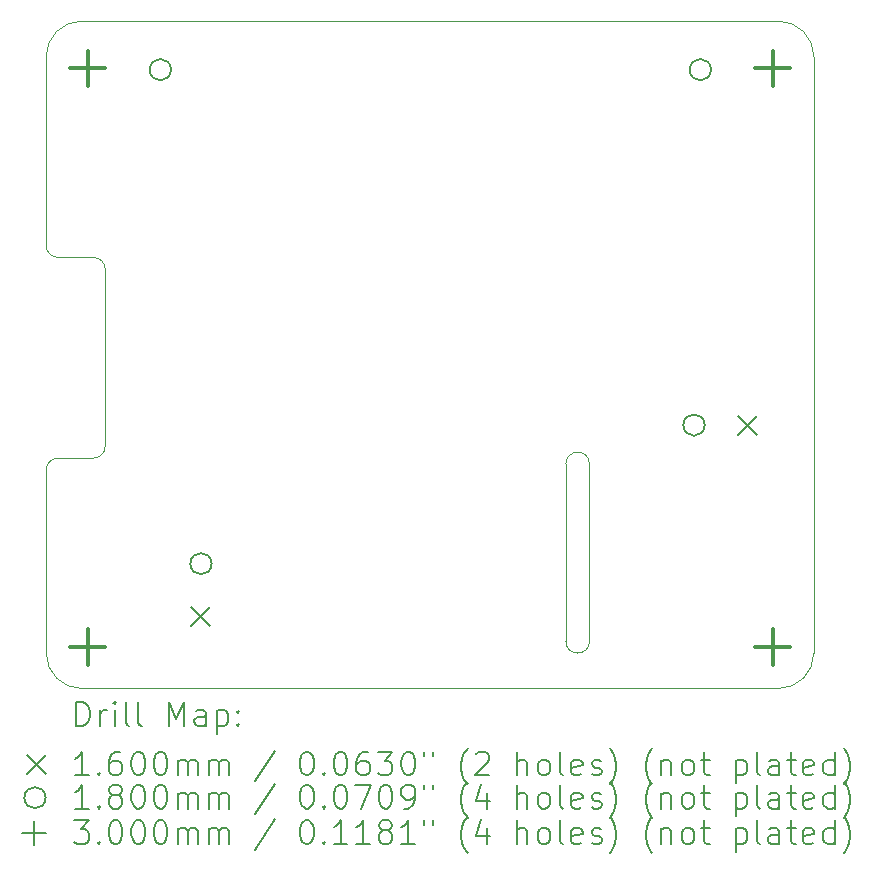
<source format=gbr>
%TF.GenerationSoftware,KiCad,Pcbnew,8.0.9-8.0.9-0~ubuntu24.04.1*%
%TF.CreationDate,2025-06-09T20:21:51+02:00*%
%TF.ProjectId,rpi_power_warden_hat,7270695f-706f-4776-9572-5f7761726465,rev?*%
%TF.SameCoordinates,Original*%
%TF.FileFunction,Drillmap*%
%TF.FilePolarity,Positive*%
%FSLAX45Y45*%
G04 Gerber Fmt 4.5, Leading zero omitted, Abs format (unit mm)*
G04 Created by KiCad (PCBNEW 8.0.9-8.0.9-0~ubuntu24.04.1) date 2025-06-09 20:21:51*
%MOMM*%
%LPD*%
G01*
G04 APERTURE LIST*
%ADD10C,0.100000*%
%ADD11C,0.200000*%
%ADD12C,0.160000*%
%ADD13C,0.180000*%
%ADD14C,0.300000*%
G04 APERTURE END LIST*
D10*
X12689560Y-7281700D02*
X12689560Y-8881700D01*
X12689560Y-10781700D02*
X12689560Y-12331700D01*
X12789560Y-8981700D02*
X13089560Y-8981700D01*
X12789560Y-10681700D02*
X13089560Y-10681700D01*
X12989560Y-6981700D02*
X18889560Y-6981700D01*
X12989560Y-12631700D02*
X18889560Y-12631700D01*
X13189560Y-9081700D02*
X13189560Y-10581700D01*
X17089560Y-12231700D02*
X17089560Y-10731700D01*
X17289560Y-12231700D02*
X17289560Y-10731700D01*
X19189560Y-7281700D02*
X19189560Y-12331700D01*
X12689560Y-7281700D02*
G75*
G02*
X12989560Y-6981700I300000J0D01*
G01*
X12689560Y-10781700D02*
G75*
G02*
X12789560Y-10681700I100000J0D01*
G01*
X12789560Y-8981700D02*
G75*
G02*
X12689560Y-8881700I0J100000D01*
G01*
X12989560Y-12631700D02*
G75*
G02*
X12689560Y-12331700I0J300000D01*
G01*
X13089560Y-8981700D02*
G75*
G02*
X13189560Y-9081700I0J-100000D01*
G01*
X13189560Y-10581700D02*
G75*
G02*
X13089560Y-10681700I-100000J0D01*
G01*
X17089560Y-10731700D02*
G75*
G02*
X17289560Y-10731700I100000J0D01*
G01*
X17289560Y-12231700D02*
G75*
G02*
X17089560Y-12231700I-100000J0D01*
G01*
X18889560Y-6981700D02*
G75*
G02*
X19189560Y-7281700I0J-300000D01*
G01*
X19189560Y-12331700D02*
G75*
G02*
X18889560Y-12631700I-300000J0D01*
G01*
D11*
D12*
X13920000Y-11945000D02*
X14080000Y-12105000D01*
X14080000Y-11945000D02*
X13920000Y-12105000D01*
X18544508Y-10321432D02*
X18704508Y-10481432D01*
X18704508Y-10321432D02*
X18544508Y-10481432D01*
D13*
X13746560Y-7392500D02*
G75*
G02*
X13566560Y-7392500I-90000J0D01*
G01*
X13566560Y-7392500D02*
G75*
G02*
X13746560Y-7392500I90000J0D01*
G01*
X14090000Y-11575000D02*
G75*
G02*
X13910000Y-11575000I-90000J0D01*
G01*
X13910000Y-11575000D02*
G75*
G02*
X14090000Y-11575000I90000J0D01*
G01*
X18264508Y-10401432D02*
G75*
G02*
X18084508Y-10401432I-90000J0D01*
G01*
X18084508Y-10401432D02*
G75*
G02*
X18264508Y-10401432I90000J0D01*
G01*
X18318560Y-7392500D02*
G75*
G02*
X18138560Y-7392500I-90000J0D01*
G01*
X18138560Y-7392500D02*
G75*
G02*
X18318560Y-7392500I90000J0D01*
G01*
D14*
X13039560Y-7231700D02*
X13039560Y-7531700D01*
X12889560Y-7381700D02*
X13189560Y-7381700D01*
X13039560Y-12131700D02*
X13039560Y-12431700D01*
X12889560Y-12281700D02*
X13189560Y-12281700D01*
X18839560Y-7231700D02*
X18839560Y-7531700D01*
X18689560Y-7381700D02*
X18989560Y-7381700D01*
X18839560Y-12131700D02*
X18839560Y-12431700D01*
X18689560Y-12281700D02*
X18989560Y-12281700D01*
D11*
X12945337Y-12948184D02*
X12945337Y-12748184D01*
X12945337Y-12748184D02*
X12992956Y-12748184D01*
X12992956Y-12748184D02*
X13021527Y-12757708D01*
X13021527Y-12757708D02*
X13040575Y-12776755D01*
X13040575Y-12776755D02*
X13050099Y-12795803D01*
X13050099Y-12795803D02*
X13059622Y-12833898D01*
X13059622Y-12833898D02*
X13059622Y-12862470D01*
X13059622Y-12862470D02*
X13050099Y-12900565D01*
X13050099Y-12900565D02*
X13040575Y-12919612D01*
X13040575Y-12919612D02*
X13021527Y-12938660D01*
X13021527Y-12938660D02*
X12992956Y-12948184D01*
X12992956Y-12948184D02*
X12945337Y-12948184D01*
X13145337Y-12948184D02*
X13145337Y-12814850D01*
X13145337Y-12852946D02*
X13154860Y-12833898D01*
X13154860Y-12833898D02*
X13164384Y-12824374D01*
X13164384Y-12824374D02*
X13183432Y-12814850D01*
X13183432Y-12814850D02*
X13202480Y-12814850D01*
X13269146Y-12948184D02*
X13269146Y-12814850D01*
X13269146Y-12748184D02*
X13259622Y-12757708D01*
X13259622Y-12757708D02*
X13269146Y-12767231D01*
X13269146Y-12767231D02*
X13278670Y-12757708D01*
X13278670Y-12757708D02*
X13269146Y-12748184D01*
X13269146Y-12748184D02*
X13269146Y-12767231D01*
X13392956Y-12948184D02*
X13373908Y-12938660D01*
X13373908Y-12938660D02*
X13364384Y-12919612D01*
X13364384Y-12919612D02*
X13364384Y-12748184D01*
X13497718Y-12948184D02*
X13478670Y-12938660D01*
X13478670Y-12938660D02*
X13469146Y-12919612D01*
X13469146Y-12919612D02*
X13469146Y-12748184D01*
X13726289Y-12948184D02*
X13726289Y-12748184D01*
X13726289Y-12748184D02*
X13792956Y-12891041D01*
X13792956Y-12891041D02*
X13859622Y-12748184D01*
X13859622Y-12748184D02*
X13859622Y-12948184D01*
X14040575Y-12948184D02*
X14040575Y-12843422D01*
X14040575Y-12843422D02*
X14031051Y-12824374D01*
X14031051Y-12824374D02*
X14012003Y-12814850D01*
X14012003Y-12814850D02*
X13973908Y-12814850D01*
X13973908Y-12814850D02*
X13954860Y-12824374D01*
X14040575Y-12938660D02*
X14021527Y-12948184D01*
X14021527Y-12948184D02*
X13973908Y-12948184D01*
X13973908Y-12948184D02*
X13954860Y-12938660D01*
X13954860Y-12938660D02*
X13945337Y-12919612D01*
X13945337Y-12919612D02*
X13945337Y-12900565D01*
X13945337Y-12900565D02*
X13954860Y-12881517D01*
X13954860Y-12881517D02*
X13973908Y-12871993D01*
X13973908Y-12871993D02*
X14021527Y-12871993D01*
X14021527Y-12871993D02*
X14040575Y-12862470D01*
X14135813Y-12814850D02*
X14135813Y-13014850D01*
X14135813Y-12824374D02*
X14154860Y-12814850D01*
X14154860Y-12814850D02*
X14192956Y-12814850D01*
X14192956Y-12814850D02*
X14212003Y-12824374D01*
X14212003Y-12824374D02*
X14221527Y-12833898D01*
X14221527Y-12833898D02*
X14231051Y-12852946D01*
X14231051Y-12852946D02*
X14231051Y-12910089D01*
X14231051Y-12910089D02*
X14221527Y-12929136D01*
X14221527Y-12929136D02*
X14212003Y-12938660D01*
X14212003Y-12938660D02*
X14192956Y-12948184D01*
X14192956Y-12948184D02*
X14154860Y-12948184D01*
X14154860Y-12948184D02*
X14135813Y-12938660D01*
X14316765Y-12929136D02*
X14326289Y-12938660D01*
X14326289Y-12938660D02*
X14316765Y-12948184D01*
X14316765Y-12948184D02*
X14307241Y-12938660D01*
X14307241Y-12938660D02*
X14316765Y-12929136D01*
X14316765Y-12929136D02*
X14316765Y-12948184D01*
X14316765Y-12824374D02*
X14326289Y-12833898D01*
X14326289Y-12833898D02*
X14316765Y-12843422D01*
X14316765Y-12843422D02*
X14307241Y-12833898D01*
X14307241Y-12833898D02*
X14316765Y-12824374D01*
X14316765Y-12824374D02*
X14316765Y-12843422D01*
D12*
X12524560Y-13196700D02*
X12684560Y-13356700D01*
X12684560Y-13196700D02*
X12524560Y-13356700D01*
D11*
X13050099Y-13368184D02*
X12935813Y-13368184D01*
X12992956Y-13368184D02*
X12992956Y-13168184D01*
X12992956Y-13168184D02*
X12973908Y-13196755D01*
X12973908Y-13196755D02*
X12954860Y-13215803D01*
X12954860Y-13215803D02*
X12935813Y-13225327D01*
X13135813Y-13349136D02*
X13145337Y-13358660D01*
X13145337Y-13358660D02*
X13135813Y-13368184D01*
X13135813Y-13368184D02*
X13126289Y-13358660D01*
X13126289Y-13358660D02*
X13135813Y-13349136D01*
X13135813Y-13349136D02*
X13135813Y-13368184D01*
X13316765Y-13168184D02*
X13278670Y-13168184D01*
X13278670Y-13168184D02*
X13259622Y-13177708D01*
X13259622Y-13177708D02*
X13250099Y-13187231D01*
X13250099Y-13187231D02*
X13231051Y-13215803D01*
X13231051Y-13215803D02*
X13221527Y-13253898D01*
X13221527Y-13253898D02*
X13221527Y-13330089D01*
X13221527Y-13330089D02*
X13231051Y-13349136D01*
X13231051Y-13349136D02*
X13240575Y-13358660D01*
X13240575Y-13358660D02*
X13259622Y-13368184D01*
X13259622Y-13368184D02*
X13297718Y-13368184D01*
X13297718Y-13368184D02*
X13316765Y-13358660D01*
X13316765Y-13358660D02*
X13326289Y-13349136D01*
X13326289Y-13349136D02*
X13335813Y-13330089D01*
X13335813Y-13330089D02*
X13335813Y-13282470D01*
X13335813Y-13282470D02*
X13326289Y-13263422D01*
X13326289Y-13263422D02*
X13316765Y-13253898D01*
X13316765Y-13253898D02*
X13297718Y-13244374D01*
X13297718Y-13244374D02*
X13259622Y-13244374D01*
X13259622Y-13244374D02*
X13240575Y-13253898D01*
X13240575Y-13253898D02*
X13231051Y-13263422D01*
X13231051Y-13263422D02*
X13221527Y-13282470D01*
X13459622Y-13168184D02*
X13478670Y-13168184D01*
X13478670Y-13168184D02*
X13497718Y-13177708D01*
X13497718Y-13177708D02*
X13507241Y-13187231D01*
X13507241Y-13187231D02*
X13516765Y-13206279D01*
X13516765Y-13206279D02*
X13526289Y-13244374D01*
X13526289Y-13244374D02*
X13526289Y-13291993D01*
X13526289Y-13291993D02*
X13516765Y-13330089D01*
X13516765Y-13330089D02*
X13507241Y-13349136D01*
X13507241Y-13349136D02*
X13497718Y-13358660D01*
X13497718Y-13358660D02*
X13478670Y-13368184D01*
X13478670Y-13368184D02*
X13459622Y-13368184D01*
X13459622Y-13368184D02*
X13440575Y-13358660D01*
X13440575Y-13358660D02*
X13431051Y-13349136D01*
X13431051Y-13349136D02*
X13421527Y-13330089D01*
X13421527Y-13330089D02*
X13412003Y-13291993D01*
X13412003Y-13291993D02*
X13412003Y-13244374D01*
X13412003Y-13244374D02*
X13421527Y-13206279D01*
X13421527Y-13206279D02*
X13431051Y-13187231D01*
X13431051Y-13187231D02*
X13440575Y-13177708D01*
X13440575Y-13177708D02*
X13459622Y-13168184D01*
X13650099Y-13168184D02*
X13669146Y-13168184D01*
X13669146Y-13168184D02*
X13688194Y-13177708D01*
X13688194Y-13177708D02*
X13697718Y-13187231D01*
X13697718Y-13187231D02*
X13707241Y-13206279D01*
X13707241Y-13206279D02*
X13716765Y-13244374D01*
X13716765Y-13244374D02*
X13716765Y-13291993D01*
X13716765Y-13291993D02*
X13707241Y-13330089D01*
X13707241Y-13330089D02*
X13697718Y-13349136D01*
X13697718Y-13349136D02*
X13688194Y-13358660D01*
X13688194Y-13358660D02*
X13669146Y-13368184D01*
X13669146Y-13368184D02*
X13650099Y-13368184D01*
X13650099Y-13368184D02*
X13631051Y-13358660D01*
X13631051Y-13358660D02*
X13621527Y-13349136D01*
X13621527Y-13349136D02*
X13612003Y-13330089D01*
X13612003Y-13330089D02*
X13602480Y-13291993D01*
X13602480Y-13291993D02*
X13602480Y-13244374D01*
X13602480Y-13244374D02*
X13612003Y-13206279D01*
X13612003Y-13206279D02*
X13621527Y-13187231D01*
X13621527Y-13187231D02*
X13631051Y-13177708D01*
X13631051Y-13177708D02*
X13650099Y-13168184D01*
X13802480Y-13368184D02*
X13802480Y-13234850D01*
X13802480Y-13253898D02*
X13812003Y-13244374D01*
X13812003Y-13244374D02*
X13831051Y-13234850D01*
X13831051Y-13234850D02*
X13859622Y-13234850D01*
X13859622Y-13234850D02*
X13878670Y-13244374D01*
X13878670Y-13244374D02*
X13888194Y-13263422D01*
X13888194Y-13263422D02*
X13888194Y-13368184D01*
X13888194Y-13263422D02*
X13897718Y-13244374D01*
X13897718Y-13244374D02*
X13916765Y-13234850D01*
X13916765Y-13234850D02*
X13945337Y-13234850D01*
X13945337Y-13234850D02*
X13964384Y-13244374D01*
X13964384Y-13244374D02*
X13973908Y-13263422D01*
X13973908Y-13263422D02*
X13973908Y-13368184D01*
X14069146Y-13368184D02*
X14069146Y-13234850D01*
X14069146Y-13253898D02*
X14078670Y-13244374D01*
X14078670Y-13244374D02*
X14097718Y-13234850D01*
X14097718Y-13234850D02*
X14126289Y-13234850D01*
X14126289Y-13234850D02*
X14145337Y-13244374D01*
X14145337Y-13244374D02*
X14154861Y-13263422D01*
X14154861Y-13263422D02*
X14154861Y-13368184D01*
X14154861Y-13263422D02*
X14164384Y-13244374D01*
X14164384Y-13244374D02*
X14183432Y-13234850D01*
X14183432Y-13234850D02*
X14212003Y-13234850D01*
X14212003Y-13234850D02*
X14231051Y-13244374D01*
X14231051Y-13244374D02*
X14240575Y-13263422D01*
X14240575Y-13263422D02*
X14240575Y-13368184D01*
X14631051Y-13158660D02*
X14459623Y-13415803D01*
X14888194Y-13168184D02*
X14907242Y-13168184D01*
X14907242Y-13168184D02*
X14926289Y-13177708D01*
X14926289Y-13177708D02*
X14935813Y-13187231D01*
X14935813Y-13187231D02*
X14945337Y-13206279D01*
X14945337Y-13206279D02*
X14954861Y-13244374D01*
X14954861Y-13244374D02*
X14954861Y-13291993D01*
X14954861Y-13291993D02*
X14945337Y-13330089D01*
X14945337Y-13330089D02*
X14935813Y-13349136D01*
X14935813Y-13349136D02*
X14926289Y-13358660D01*
X14926289Y-13358660D02*
X14907242Y-13368184D01*
X14907242Y-13368184D02*
X14888194Y-13368184D01*
X14888194Y-13368184D02*
X14869146Y-13358660D01*
X14869146Y-13358660D02*
X14859623Y-13349136D01*
X14859623Y-13349136D02*
X14850099Y-13330089D01*
X14850099Y-13330089D02*
X14840575Y-13291993D01*
X14840575Y-13291993D02*
X14840575Y-13244374D01*
X14840575Y-13244374D02*
X14850099Y-13206279D01*
X14850099Y-13206279D02*
X14859623Y-13187231D01*
X14859623Y-13187231D02*
X14869146Y-13177708D01*
X14869146Y-13177708D02*
X14888194Y-13168184D01*
X15040575Y-13349136D02*
X15050099Y-13358660D01*
X15050099Y-13358660D02*
X15040575Y-13368184D01*
X15040575Y-13368184D02*
X15031051Y-13358660D01*
X15031051Y-13358660D02*
X15040575Y-13349136D01*
X15040575Y-13349136D02*
X15040575Y-13368184D01*
X15173908Y-13168184D02*
X15192956Y-13168184D01*
X15192956Y-13168184D02*
X15212004Y-13177708D01*
X15212004Y-13177708D02*
X15221527Y-13187231D01*
X15221527Y-13187231D02*
X15231051Y-13206279D01*
X15231051Y-13206279D02*
X15240575Y-13244374D01*
X15240575Y-13244374D02*
X15240575Y-13291993D01*
X15240575Y-13291993D02*
X15231051Y-13330089D01*
X15231051Y-13330089D02*
X15221527Y-13349136D01*
X15221527Y-13349136D02*
X15212004Y-13358660D01*
X15212004Y-13358660D02*
X15192956Y-13368184D01*
X15192956Y-13368184D02*
X15173908Y-13368184D01*
X15173908Y-13368184D02*
X15154861Y-13358660D01*
X15154861Y-13358660D02*
X15145337Y-13349136D01*
X15145337Y-13349136D02*
X15135813Y-13330089D01*
X15135813Y-13330089D02*
X15126289Y-13291993D01*
X15126289Y-13291993D02*
X15126289Y-13244374D01*
X15126289Y-13244374D02*
X15135813Y-13206279D01*
X15135813Y-13206279D02*
X15145337Y-13187231D01*
X15145337Y-13187231D02*
X15154861Y-13177708D01*
X15154861Y-13177708D02*
X15173908Y-13168184D01*
X15412004Y-13168184D02*
X15373908Y-13168184D01*
X15373908Y-13168184D02*
X15354861Y-13177708D01*
X15354861Y-13177708D02*
X15345337Y-13187231D01*
X15345337Y-13187231D02*
X15326289Y-13215803D01*
X15326289Y-13215803D02*
X15316765Y-13253898D01*
X15316765Y-13253898D02*
X15316765Y-13330089D01*
X15316765Y-13330089D02*
X15326289Y-13349136D01*
X15326289Y-13349136D02*
X15335813Y-13358660D01*
X15335813Y-13358660D02*
X15354861Y-13368184D01*
X15354861Y-13368184D02*
X15392956Y-13368184D01*
X15392956Y-13368184D02*
X15412004Y-13358660D01*
X15412004Y-13358660D02*
X15421527Y-13349136D01*
X15421527Y-13349136D02*
X15431051Y-13330089D01*
X15431051Y-13330089D02*
X15431051Y-13282470D01*
X15431051Y-13282470D02*
X15421527Y-13263422D01*
X15421527Y-13263422D02*
X15412004Y-13253898D01*
X15412004Y-13253898D02*
X15392956Y-13244374D01*
X15392956Y-13244374D02*
X15354861Y-13244374D01*
X15354861Y-13244374D02*
X15335813Y-13253898D01*
X15335813Y-13253898D02*
X15326289Y-13263422D01*
X15326289Y-13263422D02*
X15316765Y-13282470D01*
X15497718Y-13168184D02*
X15621527Y-13168184D01*
X15621527Y-13168184D02*
X15554861Y-13244374D01*
X15554861Y-13244374D02*
X15583432Y-13244374D01*
X15583432Y-13244374D02*
X15602480Y-13253898D01*
X15602480Y-13253898D02*
X15612004Y-13263422D01*
X15612004Y-13263422D02*
X15621527Y-13282470D01*
X15621527Y-13282470D02*
X15621527Y-13330089D01*
X15621527Y-13330089D02*
X15612004Y-13349136D01*
X15612004Y-13349136D02*
X15602480Y-13358660D01*
X15602480Y-13358660D02*
X15583432Y-13368184D01*
X15583432Y-13368184D02*
X15526289Y-13368184D01*
X15526289Y-13368184D02*
X15507242Y-13358660D01*
X15507242Y-13358660D02*
X15497718Y-13349136D01*
X15745337Y-13168184D02*
X15764385Y-13168184D01*
X15764385Y-13168184D02*
X15783432Y-13177708D01*
X15783432Y-13177708D02*
X15792956Y-13187231D01*
X15792956Y-13187231D02*
X15802480Y-13206279D01*
X15802480Y-13206279D02*
X15812004Y-13244374D01*
X15812004Y-13244374D02*
X15812004Y-13291993D01*
X15812004Y-13291993D02*
X15802480Y-13330089D01*
X15802480Y-13330089D02*
X15792956Y-13349136D01*
X15792956Y-13349136D02*
X15783432Y-13358660D01*
X15783432Y-13358660D02*
X15764385Y-13368184D01*
X15764385Y-13368184D02*
X15745337Y-13368184D01*
X15745337Y-13368184D02*
X15726289Y-13358660D01*
X15726289Y-13358660D02*
X15716765Y-13349136D01*
X15716765Y-13349136D02*
X15707242Y-13330089D01*
X15707242Y-13330089D02*
X15697718Y-13291993D01*
X15697718Y-13291993D02*
X15697718Y-13244374D01*
X15697718Y-13244374D02*
X15707242Y-13206279D01*
X15707242Y-13206279D02*
X15716765Y-13187231D01*
X15716765Y-13187231D02*
X15726289Y-13177708D01*
X15726289Y-13177708D02*
X15745337Y-13168184D01*
X15888194Y-13168184D02*
X15888194Y-13206279D01*
X15964385Y-13168184D02*
X15964385Y-13206279D01*
X16259623Y-13444374D02*
X16250099Y-13434850D01*
X16250099Y-13434850D02*
X16231051Y-13406279D01*
X16231051Y-13406279D02*
X16221527Y-13387231D01*
X16221527Y-13387231D02*
X16212004Y-13358660D01*
X16212004Y-13358660D02*
X16202480Y-13311041D01*
X16202480Y-13311041D02*
X16202480Y-13272946D01*
X16202480Y-13272946D02*
X16212004Y-13225327D01*
X16212004Y-13225327D02*
X16221527Y-13196755D01*
X16221527Y-13196755D02*
X16231051Y-13177708D01*
X16231051Y-13177708D02*
X16250099Y-13149136D01*
X16250099Y-13149136D02*
X16259623Y-13139612D01*
X16326289Y-13187231D02*
X16335813Y-13177708D01*
X16335813Y-13177708D02*
X16354861Y-13168184D01*
X16354861Y-13168184D02*
X16402480Y-13168184D01*
X16402480Y-13168184D02*
X16421527Y-13177708D01*
X16421527Y-13177708D02*
X16431051Y-13187231D01*
X16431051Y-13187231D02*
X16440575Y-13206279D01*
X16440575Y-13206279D02*
X16440575Y-13225327D01*
X16440575Y-13225327D02*
X16431051Y-13253898D01*
X16431051Y-13253898D02*
X16316766Y-13368184D01*
X16316766Y-13368184D02*
X16440575Y-13368184D01*
X16678670Y-13368184D02*
X16678670Y-13168184D01*
X16764385Y-13368184D02*
X16764385Y-13263422D01*
X16764385Y-13263422D02*
X16754861Y-13244374D01*
X16754861Y-13244374D02*
X16735813Y-13234850D01*
X16735813Y-13234850D02*
X16707242Y-13234850D01*
X16707242Y-13234850D02*
X16688194Y-13244374D01*
X16688194Y-13244374D02*
X16678670Y-13253898D01*
X16888194Y-13368184D02*
X16869147Y-13358660D01*
X16869147Y-13358660D02*
X16859623Y-13349136D01*
X16859623Y-13349136D02*
X16850099Y-13330089D01*
X16850099Y-13330089D02*
X16850099Y-13272946D01*
X16850099Y-13272946D02*
X16859623Y-13253898D01*
X16859623Y-13253898D02*
X16869147Y-13244374D01*
X16869147Y-13244374D02*
X16888194Y-13234850D01*
X16888194Y-13234850D02*
X16916766Y-13234850D01*
X16916766Y-13234850D02*
X16935813Y-13244374D01*
X16935813Y-13244374D02*
X16945337Y-13253898D01*
X16945337Y-13253898D02*
X16954861Y-13272946D01*
X16954861Y-13272946D02*
X16954861Y-13330089D01*
X16954861Y-13330089D02*
X16945337Y-13349136D01*
X16945337Y-13349136D02*
X16935813Y-13358660D01*
X16935813Y-13358660D02*
X16916766Y-13368184D01*
X16916766Y-13368184D02*
X16888194Y-13368184D01*
X17069147Y-13368184D02*
X17050099Y-13358660D01*
X17050099Y-13358660D02*
X17040575Y-13339612D01*
X17040575Y-13339612D02*
X17040575Y-13168184D01*
X17221528Y-13358660D02*
X17202480Y-13368184D01*
X17202480Y-13368184D02*
X17164385Y-13368184D01*
X17164385Y-13368184D02*
X17145337Y-13358660D01*
X17145337Y-13358660D02*
X17135813Y-13339612D01*
X17135813Y-13339612D02*
X17135813Y-13263422D01*
X17135813Y-13263422D02*
X17145337Y-13244374D01*
X17145337Y-13244374D02*
X17164385Y-13234850D01*
X17164385Y-13234850D02*
X17202480Y-13234850D01*
X17202480Y-13234850D02*
X17221528Y-13244374D01*
X17221528Y-13244374D02*
X17231051Y-13263422D01*
X17231051Y-13263422D02*
X17231051Y-13282470D01*
X17231051Y-13282470D02*
X17135813Y-13301517D01*
X17307242Y-13358660D02*
X17326290Y-13368184D01*
X17326290Y-13368184D02*
X17364385Y-13368184D01*
X17364385Y-13368184D02*
X17383432Y-13358660D01*
X17383432Y-13358660D02*
X17392956Y-13339612D01*
X17392956Y-13339612D02*
X17392956Y-13330089D01*
X17392956Y-13330089D02*
X17383432Y-13311041D01*
X17383432Y-13311041D02*
X17364385Y-13301517D01*
X17364385Y-13301517D02*
X17335813Y-13301517D01*
X17335813Y-13301517D02*
X17316766Y-13291993D01*
X17316766Y-13291993D02*
X17307242Y-13272946D01*
X17307242Y-13272946D02*
X17307242Y-13263422D01*
X17307242Y-13263422D02*
X17316766Y-13244374D01*
X17316766Y-13244374D02*
X17335813Y-13234850D01*
X17335813Y-13234850D02*
X17364385Y-13234850D01*
X17364385Y-13234850D02*
X17383432Y-13244374D01*
X17459623Y-13444374D02*
X17469147Y-13434850D01*
X17469147Y-13434850D02*
X17488194Y-13406279D01*
X17488194Y-13406279D02*
X17497718Y-13387231D01*
X17497718Y-13387231D02*
X17507242Y-13358660D01*
X17507242Y-13358660D02*
X17516766Y-13311041D01*
X17516766Y-13311041D02*
X17516766Y-13272946D01*
X17516766Y-13272946D02*
X17507242Y-13225327D01*
X17507242Y-13225327D02*
X17497718Y-13196755D01*
X17497718Y-13196755D02*
X17488194Y-13177708D01*
X17488194Y-13177708D02*
X17469147Y-13149136D01*
X17469147Y-13149136D02*
X17459623Y-13139612D01*
X17821528Y-13444374D02*
X17812004Y-13434850D01*
X17812004Y-13434850D02*
X17792956Y-13406279D01*
X17792956Y-13406279D02*
X17783432Y-13387231D01*
X17783432Y-13387231D02*
X17773909Y-13358660D01*
X17773909Y-13358660D02*
X17764385Y-13311041D01*
X17764385Y-13311041D02*
X17764385Y-13272946D01*
X17764385Y-13272946D02*
X17773909Y-13225327D01*
X17773909Y-13225327D02*
X17783432Y-13196755D01*
X17783432Y-13196755D02*
X17792956Y-13177708D01*
X17792956Y-13177708D02*
X17812004Y-13149136D01*
X17812004Y-13149136D02*
X17821528Y-13139612D01*
X17897718Y-13234850D02*
X17897718Y-13368184D01*
X17897718Y-13253898D02*
X17907242Y-13244374D01*
X17907242Y-13244374D02*
X17926290Y-13234850D01*
X17926290Y-13234850D02*
X17954861Y-13234850D01*
X17954861Y-13234850D02*
X17973909Y-13244374D01*
X17973909Y-13244374D02*
X17983432Y-13263422D01*
X17983432Y-13263422D02*
X17983432Y-13368184D01*
X18107242Y-13368184D02*
X18088194Y-13358660D01*
X18088194Y-13358660D02*
X18078671Y-13349136D01*
X18078671Y-13349136D02*
X18069147Y-13330089D01*
X18069147Y-13330089D02*
X18069147Y-13272946D01*
X18069147Y-13272946D02*
X18078671Y-13253898D01*
X18078671Y-13253898D02*
X18088194Y-13244374D01*
X18088194Y-13244374D02*
X18107242Y-13234850D01*
X18107242Y-13234850D02*
X18135813Y-13234850D01*
X18135813Y-13234850D02*
X18154861Y-13244374D01*
X18154861Y-13244374D02*
X18164385Y-13253898D01*
X18164385Y-13253898D02*
X18173909Y-13272946D01*
X18173909Y-13272946D02*
X18173909Y-13330089D01*
X18173909Y-13330089D02*
X18164385Y-13349136D01*
X18164385Y-13349136D02*
X18154861Y-13358660D01*
X18154861Y-13358660D02*
X18135813Y-13368184D01*
X18135813Y-13368184D02*
X18107242Y-13368184D01*
X18231052Y-13234850D02*
X18307242Y-13234850D01*
X18259623Y-13168184D02*
X18259623Y-13339612D01*
X18259623Y-13339612D02*
X18269147Y-13358660D01*
X18269147Y-13358660D02*
X18288194Y-13368184D01*
X18288194Y-13368184D02*
X18307242Y-13368184D01*
X18526290Y-13234850D02*
X18526290Y-13434850D01*
X18526290Y-13244374D02*
X18545337Y-13234850D01*
X18545337Y-13234850D02*
X18583433Y-13234850D01*
X18583433Y-13234850D02*
X18602480Y-13244374D01*
X18602480Y-13244374D02*
X18612004Y-13253898D01*
X18612004Y-13253898D02*
X18621528Y-13272946D01*
X18621528Y-13272946D02*
X18621528Y-13330089D01*
X18621528Y-13330089D02*
X18612004Y-13349136D01*
X18612004Y-13349136D02*
X18602480Y-13358660D01*
X18602480Y-13358660D02*
X18583433Y-13368184D01*
X18583433Y-13368184D02*
X18545337Y-13368184D01*
X18545337Y-13368184D02*
X18526290Y-13358660D01*
X18735813Y-13368184D02*
X18716766Y-13358660D01*
X18716766Y-13358660D02*
X18707242Y-13339612D01*
X18707242Y-13339612D02*
X18707242Y-13168184D01*
X18897718Y-13368184D02*
X18897718Y-13263422D01*
X18897718Y-13263422D02*
X18888194Y-13244374D01*
X18888194Y-13244374D02*
X18869147Y-13234850D01*
X18869147Y-13234850D02*
X18831052Y-13234850D01*
X18831052Y-13234850D02*
X18812004Y-13244374D01*
X18897718Y-13358660D02*
X18878671Y-13368184D01*
X18878671Y-13368184D02*
X18831052Y-13368184D01*
X18831052Y-13368184D02*
X18812004Y-13358660D01*
X18812004Y-13358660D02*
X18802480Y-13339612D01*
X18802480Y-13339612D02*
X18802480Y-13320565D01*
X18802480Y-13320565D02*
X18812004Y-13301517D01*
X18812004Y-13301517D02*
X18831052Y-13291993D01*
X18831052Y-13291993D02*
X18878671Y-13291993D01*
X18878671Y-13291993D02*
X18897718Y-13282470D01*
X18964385Y-13234850D02*
X19040575Y-13234850D01*
X18992956Y-13168184D02*
X18992956Y-13339612D01*
X18992956Y-13339612D02*
X19002480Y-13358660D01*
X19002480Y-13358660D02*
X19021528Y-13368184D01*
X19021528Y-13368184D02*
X19040575Y-13368184D01*
X19183433Y-13358660D02*
X19164385Y-13368184D01*
X19164385Y-13368184D02*
X19126290Y-13368184D01*
X19126290Y-13368184D02*
X19107242Y-13358660D01*
X19107242Y-13358660D02*
X19097718Y-13339612D01*
X19097718Y-13339612D02*
X19097718Y-13263422D01*
X19097718Y-13263422D02*
X19107242Y-13244374D01*
X19107242Y-13244374D02*
X19126290Y-13234850D01*
X19126290Y-13234850D02*
X19164385Y-13234850D01*
X19164385Y-13234850D02*
X19183433Y-13244374D01*
X19183433Y-13244374D02*
X19192956Y-13263422D01*
X19192956Y-13263422D02*
X19192956Y-13282470D01*
X19192956Y-13282470D02*
X19097718Y-13301517D01*
X19364385Y-13368184D02*
X19364385Y-13168184D01*
X19364385Y-13358660D02*
X19345337Y-13368184D01*
X19345337Y-13368184D02*
X19307242Y-13368184D01*
X19307242Y-13368184D02*
X19288194Y-13358660D01*
X19288194Y-13358660D02*
X19278671Y-13349136D01*
X19278671Y-13349136D02*
X19269147Y-13330089D01*
X19269147Y-13330089D02*
X19269147Y-13272946D01*
X19269147Y-13272946D02*
X19278671Y-13253898D01*
X19278671Y-13253898D02*
X19288194Y-13244374D01*
X19288194Y-13244374D02*
X19307242Y-13234850D01*
X19307242Y-13234850D02*
X19345337Y-13234850D01*
X19345337Y-13234850D02*
X19364385Y-13244374D01*
X19440575Y-13444374D02*
X19450099Y-13434850D01*
X19450099Y-13434850D02*
X19469147Y-13406279D01*
X19469147Y-13406279D02*
X19478671Y-13387231D01*
X19478671Y-13387231D02*
X19488194Y-13358660D01*
X19488194Y-13358660D02*
X19497718Y-13311041D01*
X19497718Y-13311041D02*
X19497718Y-13272946D01*
X19497718Y-13272946D02*
X19488194Y-13225327D01*
X19488194Y-13225327D02*
X19478671Y-13196755D01*
X19478671Y-13196755D02*
X19469147Y-13177708D01*
X19469147Y-13177708D02*
X19450099Y-13149136D01*
X19450099Y-13149136D02*
X19440575Y-13139612D01*
D13*
X12684560Y-13556700D02*
G75*
G02*
X12504560Y-13556700I-90000J0D01*
G01*
X12504560Y-13556700D02*
G75*
G02*
X12684560Y-13556700I90000J0D01*
G01*
D11*
X13050099Y-13648184D02*
X12935813Y-13648184D01*
X12992956Y-13648184D02*
X12992956Y-13448184D01*
X12992956Y-13448184D02*
X12973908Y-13476755D01*
X12973908Y-13476755D02*
X12954860Y-13495803D01*
X12954860Y-13495803D02*
X12935813Y-13505327D01*
X13135813Y-13629136D02*
X13145337Y-13638660D01*
X13145337Y-13638660D02*
X13135813Y-13648184D01*
X13135813Y-13648184D02*
X13126289Y-13638660D01*
X13126289Y-13638660D02*
X13135813Y-13629136D01*
X13135813Y-13629136D02*
X13135813Y-13648184D01*
X13259622Y-13533898D02*
X13240575Y-13524374D01*
X13240575Y-13524374D02*
X13231051Y-13514850D01*
X13231051Y-13514850D02*
X13221527Y-13495803D01*
X13221527Y-13495803D02*
X13221527Y-13486279D01*
X13221527Y-13486279D02*
X13231051Y-13467231D01*
X13231051Y-13467231D02*
X13240575Y-13457708D01*
X13240575Y-13457708D02*
X13259622Y-13448184D01*
X13259622Y-13448184D02*
X13297718Y-13448184D01*
X13297718Y-13448184D02*
X13316765Y-13457708D01*
X13316765Y-13457708D02*
X13326289Y-13467231D01*
X13326289Y-13467231D02*
X13335813Y-13486279D01*
X13335813Y-13486279D02*
X13335813Y-13495803D01*
X13335813Y-13495803D02*
X13326289Y-13514850D01*
X13326289Y-13514850D02*
X13316765Y-13524374D01*
X13316765Y-13524374D02*
X13297718Y-13533898D01*
X13297718Y-13533898D02*
X13259622Y-13533898D01*
X13259622Y-13533898D02*
X13240575Y-13543422D01*
X13240575Y-13543422D02*
X13231051Y-13552946D01*
X13231051Y-13552946D02*
X13221527Y-13571993D01*
X13221527Y-13571993D02*
X13221527Y-13610089D01*
X13221527Y-13610089D02*
X13231051Y-13629136D01*
X13231051Y-13629136D02*
X13240575Y-13638660D01*
X13240575Y-13638660D02*
X13259622Y-13648184D01*
X13259622Y-13648184D02*
X13297718Y-13648184D01*
X13297718Y-13648184D02*
X13316765Y-13638660D01*
X13316765Y-13638660D02*
X13326289Y-13629136D01*
X13326289Y-13629136D02*
X13335813Y-13610089D01*
X13335813Y-13610089D02*
X13335813Y-13571993D01*
X13335813Y-13571993D02*
X13326289Y-13552946D01*
X13326289Y-13552946D02*
X13316765Y-13543422D01*
X13316765Y-13543422D02*
X13297718Y-13533898D01*
X13459622Y-13448184D02*
X13478670Y-13448184D01*
X13478670Y-13448184D02*
X13497718Y-13457708D01*
X13497718Y-13457708D02*
X13507241Y-13467231D01*
X13507241Y-13467231D02*
X13516765Y-13486279D01*
X13516765Y-13486279D02*
X13526289Y-13524374D01*
X13526289Y-13524374D02*
X13526289Y-13571993D01*
X13526289Y-13571993D02*
X13516765Y-13610089D01*
X13516765Y-13610089D02*
X13507241Y-13629136D01*
X13507241Y-13629136D02*
X13497718Y-13638660D01*
X13497718Y-13638660D02*
X13478670Y-13648184D01*
X13478670Y-13648184D02*
X13459622Y-13648184D01*
X13459622Y-13648184D02*
X13440575Y-13638660D01*
X13440575Y-13638660D02*
X13431051Y-13629136D01*
X13431051Y-13629136D02*
X13421527Y-13610089D01*
X13421527Y-13610089D02*
X13412003Y-13571993D01*
X13412003Y-13571993D02*
X13412003Y-13524374D01*
X13412003Y-13524374D02*
X13421527Y-13486279D01*
X13421527Y-13486279D02*
X13431051Y-13467231D01*
X13431051Y-13467231D02*
X13440575Y-13457708D01*
X13440575Y-13457708D02*
X13459622Y-13448184D01*
X13650099Y-13448184D02*
X13669146Y-13448184D01*
X13669146Y-13448184D02*
X13688194Y-13457708D01*
X13688194Y-13457708D02*
X13697718Y-13467231D01*
X13697718Y-13467231D02*
X13707241Y-13486279D01*
X13707241Y-13486279D02*
X13716765Y-13524374D01*
X13716765Y-13524374D02*
X13716765Y-13571993D01*
X13716765Y-13571993D02*
X13707241Y-13610089D01*
X13707241Y-13610089D02*
X13697718Y-13629136D01*
X13697718Y-13629136D02*
X13688194Y-13638660D01*
X13688194Y-13638660D02*
X13669146Y-13648184D01*
X13669146Y-13648184D02*
X13650099Y-13648184D01*
X13650099Y-13648184D02*
X13631051Y-13638660D01*
X13631051Y-13638660D02*
X13621527Y-13629136D01*
X13621527Y-13629136D02*
X13612003Y-13610089D01*
X13612003Y-13610089D02*
X13602480Y-13571993D01*
X13602480Y-13571993D02*
X13602480Y-13524374D01*
X13602480Y-13524374D02*
X13612003Y-13486279D01*
X13612003Y-13486279D02*
X13621527Y-13467231D01*
X13621527Y-13467231D02*
X13631051Y-13457708D01*
X13631051Y-13457708D02*
X13650099Y-13448184D01*
X13802480Y-13648184D02*
X13802480Y-13514850D01*
X13802480Y-13533898D02*
X13812003Y-13524374D01*
X13812003Y-13524374D02*
X13831051Y-13514850D01*
X13831051Y-13514850D02*
X13859622Y-13514850D01*
X13859622Y-13514850D02*
X13878670Y-13524374D01*
X13878670Y-13524374D02*
X13888194Y-13543422D01*
X13888194Y-13543422D02*
X13888194Y-13648184D01*
X13888194Y-13543422D02*
X13897718Y-13524374D01*
X13897718Y-13524374D02*
X13916765Y-13514850D01*
X13916765Y-13514850D02*
X13945337Y-13514850D01*
X13945337Y-13514850D02*
X13964384Y-13524374D01*
X13964384Y-13524374D02*
X13973908Y-13543422D01*
X13973908Y-13543422D02*
X13973908Y-13648184D01*
X14069146Y-13648184D02*
X14069146Y-13514850D01*
X14069146Y-13533898D02*
X14078670Y-13524374D01*
X14078670Y-13524374D02*
X14097718Y-13514850D01*
X14097718Y-13514850D02*
X14126289Y-13514850D01*
X14126289Y-13514850D02*
X14145337Y-13524374D01*
X14145337Y-13524374D02*
X14154861Y-13543422D01*
X14154861Y-13543422D02*
X14154861Y-13648184D01*
X14154861Y-13543422D02*
X14164384Y-13524374D01*
X14164384Y-13524374D02*
X14183432Y-13514850D01*
X14183432Y-13514850D02*
X14212003Y-13514850D01*
X14212003Y-13514850D02*
X14231051Y-13524374D01*
X14231051Y-13524374D02*
X14240575Y-13543422D01*
X14240575Y-13543422D02*
X14240575Y-13648184D01*
X14631051Y-13438660D02*
X14459623Y-13695803D01*
X14888194Y-13448184D02*
X14907242Y-13448184D01*
X14907242Y-13448184D02*
X14926289Y-13457708D01*
X14926289Y-13457708D02*
X14935813Y-13467231D01*
X14935813Y-13467231D02*
X14945337Y-13486279D01*
X14945337Y-13486279D02*
X14954861Y-13524374D01*
X14954861Y-13524374D02*
X14954861Y-13571993D01*
X14954861Y-13571993D02*
X14945337Y-13610089D01*
X14945337Y-13610089D02*
X14935813Y-13629136D01*
X14935813Y-13629136D02*
X14926289Y-13638660D01*
X14926289Y-13638660D02*
X14907242Y-13648184D01*
X14907242Y-13648184D02*
X14888194Y-13648184D01*
X14888194Y-13648184D02*
X14869146Y-13638660D01*
X14869146Y-13638660D02*
X14859623Y-13629136D01*
X14859623Y-13629136D02*
X14850099Y-13610089D01*
X14850099Y-13610089D02*
X14840575Y-13571993D01*
X14840575Y-13571993D02*
X14840575Y-13524374D01*
X14840575Y-13524374D02*
X14850099Y-13486279D01*
X14850099Y-13486279D02*
X14859623Y-13467231D01*
X14859623Y-13467231D02*
X14869146Y-13457708D01*
X14869146Y-13457708D02*
X14888194Y-13448184D01*
X15040575Y-13629136D02*
X15050099Y-13638660D01*
X15050099Y-13638660D02*
X15040575Y-13648184D01*
X15040575Y-13648184D02*
X15031051Y-13638660D01*
X15031051Y-13638660D02*
X15040575Y-13629136D01*
X15040575Y-13629136D02*
X15040575Y-13648184D01*
X15173908Y-13448184D02*
X15192956Y-13448184D01*
X15192956Y-13448184D02*
X15212004Y-13457708D01*
X15212004Y-13457708D02*
X15221527Y-13467231D01*
X15221527Y-13467231D02*
X15231051Y-13486279D01*
X15231051Y-13486279D02*
X15240575Y-13524374D01*
X15240575Y-13524374D02*
X15240575Y-13571993D01*
X15240575Y-13571993D02*
X15231051Y-13610089D01*
X15231051Y-13610089D02*
X15221527Y-13629136D01*
X15221527Y-13629136D02*
X15212004Y-13638660D01*
X15212004Y-13638660D02*
X15192956Y-13648184D01*
X15192956Y-13648184D02*
X15173908Y-13648184D01*
X15173908Y-13648184D02*
X15154861Y-13638660D01*
X15154861Y-13638660D02*
X15145337Y-13629136D01*
X15145337Y-13629136D02*
X15135813Y-13610089D01*
X15135813Y-13610089D02*
X15126289Y-13571993D01*
X15126289Y-13571993D02*
X15126289Y-13524374D01*
X15126289Y-13524374D02*
X15135813Y-13486279D01*
X15135813Y-13486279D02*
X15145337Y-13467231D01*
X15145337Y-13467231D02*
X15154861Y-13457708D01*
X15154861Y-13457708D02*
X15173908Y-13448184D01*
X15307242Y-13448184D02*
X15440575Y-13448184D01*
X15440575Y-13448184D02*
X15354861Y-13648184D01*
X15554861Y-13448184D02*
X15573908Y-13448184D01*
X15573908Y-13448184D02*
X15592956Y-13457708D01*
X15592956Y-13457708D02*
X15602480Y-13467231D01*
X15602480Y-13467231D02*
X15612004Y-13486279D01*
X15612004Y-13486279D02*
X15621527Y-13524374D01*
X15621527Y-13524374D02*
X15621527Y-13571993D01*
X15621527Y-13571993D02*
X15612004Y-13610089D01*
X15612004Y-13610089D02*
X15602480Y-13629136D01*
X15602480Y-13629136D02*
X15592956Y-13638660D01*
X15592956Y-13638660D02*
X15573908Y-13648184D01*
X15573908Y-13648184D02*
X15554861Y-13648184D01*
X15554861Y-13648184D02*
X15535813Y-13638660D01*
X15535813Y-13638660D02*
X15526289Y-13629136D01*
X15526289Y-13629136D02*
X15516765Y-13610089D01*
X15516765Y-13610089D02*
X15507242Y-13571993D01*
X15507242Y-13571993D02*
X15507242Y-13524374D01*
X15507242Y-13524374D02*
X15516765Y-13486279D01*
X15516765Y-13486279D02*
X15526289Y-13467231D01*
X15526289Y-13467231D02*
X15535813Y-13457708D01*
X15535813Y-13457708D02*
X15554861Y-13448184D01*
X15716765Y-13648184D02*
X15754861Y-13648184D01*
X15754861Y-13648184D02*
X15773908Y-13638660D01*
X15773908Y-13638660D02*
X15783432Y-13629136D01*
X15783432Y-13629136D02*
X15802480Y-13600565D01*
X15802480Y-13600565D02*
X15812004Y-13562470D01*
X15812004Y-13562470D02*
X15812004Y-13486279D01*
X15812004Y-13486279D02*
X15802480Y-13467231D01*
X15802480Y-13467231D02*
X15792956Y-13457708D01*
X15792956Y-13457708D02*
X15773908Y-13448184D01*
X15773908Y-13448184D02*
X15735813Y-13448184D01*
X15735813Y-13448184D02*
X15716765Y-13457708D01*
X15716765Y-13457708D02*
X15707242Y-13467231D01*
X15707242Y-13467231D02*
X15697718Y-13486279D01*
X15697718Y-13486279D02*
X15697718Y-13533898D01*
X15697718Y-13533898D02*
X15707242Y-13552946D01*
X15707242Y-13552946D02*
X15716765Y-13562470D01*
X15716765Y-13562470D02*
X15735813Y-13571993D01*
X15735813Y-13571993D02*
X15773908Y-13571993D01*
X15773908Y-13571993D02*
X15792956Y-13562470D01*
X15792956Y-13562470D02*
X15802480Y-13552946D01*
X15802480Y-13552946D02*
X15812004Y-13533898D01*
X15888194Y-13448184D02*
X15888194Y-13486279D01*
X15964385Y-13448184D02*
X15964385Y-13486279D01*
X16259623Y-13724374D02*
X16250099Y-13714850D01*
X16250099Y-13714850D02*
X16231051Y-13686279D01*
X16231051Y-13686279D02*
X16221527Y-13667231D01*
X16221527Y-13667231D02*
X16212004Y-13638660D01*
X16212004Y-13638660D02*
X16202480Y-13591041D01*
X16202480Y-13591041D02*
X16202480Y-13552946D01*
X16202480Y-13552946D02*
X16212004Y-13505327D01*
X16212004Y-13505327D02*
X16221527Y-13476755D01*
X16221527Y-13476755D02*
X16231051Y-13457708D01*
X16231051Y-13457708D02*
X16250099Y-13429136D01*
X16250099Y-13429136D02*
X16259623Y-13419612D01*
X16421527Y-13514850D02*
X16421527Y-13648184D01*
X16373908Y-13438660D02*
X16326289Y-13581517D01*
X16326289Y-13581517D02*
X16450099Y-13581517D01*
X16678670Y-13648184D02*
X16678670Y-13448184D01*
X16764385Y-13648184D02*
X16764385Y-13543422D01*
X16764385Y-13543422D02*
X16754861Y-13524374D01*
X16754861Y-13524374D02*
X16735813Y-13514850D01*
X16735813Y-13514850D02*
X16707242Y-13514850D01*
X16707242Y-13514850D02*
X16688194Y-13524374D01*
X16688194Y-13524374D02*
X16678670Y-13533898D01*
X16888194Y-13648184D02*
X16869147Y-13638660D01*
X16869147Y-13638660D02*
X16859623Y-13629136D01*
X16859623Y-13629136D02*
X16850099Y-13610089D01*
X16850099Y-13610089D02*
X16850099Y-13552946D01*
X16850099Y-13552946D02*
X16859623Y-13533898D01*
X16859623Y-13533898D02*
X16869147Y-13524374D01*
X16869147Y-13524374D02*
X16888194Y-13514850D01*
X16888194Y-13514850D02*
X16916766Y-13514850D01*
X16916766Y-13514850D02*
X16935813Y-13524374D01*
X16935813Y-13524374D02*
X16945337Y-13533898D01*
X16945337Y-13533898D02*
X16954861Y-13552946D01*
X16954861Y-13552946D02*
X16954861Y-13610089D01*
X16954861Y-13610089D02*
X16945337Y-13629136D01*
X16945337Y-13629136D02*
X16935813Y-13638660D01*
X16935813Y-13638660D02*
X16916766Y-13648184D01*
X16916766Y-13648184D02*
X16888194Y-13648184D01*
X17069147Y-13648184D02*
X17050099Y-13638660D01*
X17050099Y-13638660D02*
X17040575Y-13619612D01*
X17040575Y-13619612D02*
X17040575Y-13448184D01*
X17221528Y-13638660D02*
X17202480Y-13648184D01*
X17202480Y-13648184D02*
X17164385Y-13648184D01*
X17164385Y-13648184D02*
X17145337Y-13638660D01*
X17145337Y-13638660D02*
X17135813Y-13619612D01*
X17135813Y-13619612D02*
X17135813Y-13543422D01*
X17135813Y-13543422D02*
X17145337Y-13524374D01*
X17145337Y-13524374D02*
X17164385Y-13514850D01*
X17164385Y-13514850D02*
X17202480Y-13514850D01*
X17202480Y-13514850D02*
X17221528Y-13524374D01*
X17221528Y-13524374D02*
X17231051Y-13543422D01*
X17231051Y-13543422D02*
X17231051Y-13562470D01*
X17231051Y-13562470D02*
X17135813Y-13581517D01*
X17307242Y-13638660D02*
X17326290Y-13648184D01*
X17326290Y-13648184D02*
X17364385Y-13648184D01*
X17364385Y-13648184D02*
X17383432Y-13638660D01*
X17383432Y-13638660D02*
X17392956Y-13619612D01*
X17392956Y-13619612D02*
X17392956Y-13610089D01*
X17392956Y-13610089D02*
X17383432Y-13591041D01*
X17383432Y-13591041D02*
X17364385Y-13581517D01*
X17364385Y-13581517D02*
X17335813Y-13581517D01*
X17335813Y-13581517D02*
X17316766Y-13571993D01*
X17316766Y-13571993D02*
X17307242Y-13552946D01*
X17307242Y-13552946D02*
X17307242Y-13543422D01*
X17307242Y-13543422D02*
X17316766Y-13524374D01*
X17316766Y-13524374D02*
X17335813Y-13514850D01*
X17335813Y-13514850D02*
X17364385Y-13514850D01*
X17364385Y-13514850D02*
X17383432Y-13524374D01*
X17459623Y-13724374D02*
X17469147Y-13714850D01*
X17469147Y-13714850D02*
X17488194Y-13686279D01*
X17488194Y-13686279D02*
X17497718Y-13667231D01*
X17497718Y-13667231D02*
X17507242Y-13638660D01*
X17507242Y-13638660D02*
X17516766Y-13591041D01*
X17516766Y-13591041D02*
X17516766Y-13552946D01*
X17516766Y-13552946D02*
X17507242Y-13505327D01*
X17507242Y-13505327D02*
X17497718Y-13476755D01*
X17497718Y-13476755D02*
X17488194Y-13457708D01*
X17488194Y-13457708D02*
X17469147Y-13429136D01*
X17469147Y-13429136D02*
X17459623Y-13419612D01*
X17821528Y-13724374D02*
X17812004Y-13714850D01*
X17812004Y-13714850D02*
X17792956Y-13686279D01*
X17792956Y-13686279D02*
X17783432Y-13667231D01*
X17783432Y-13667231D02*
X17773909Y-13638660D01*
X17773909Y-13638660D02*
X17764385Y-13591041D01*
X17764385Y-13591041D02*
X17764385Y-13552946D01*
X17764385Y-13552946D02*
X17773909Y-13505327D01*
X17773909Y-13505327D02*
X17783432Y-13476755D01*
X17783432Y-13476755D02*
X17792956Y-13457708D01*
X17792956Y-13457708D02*
X17812004Y-13429136D01*
X17812004Y-13429136D02*
X17821528Y-13419612D01*
X17897718Y-13514850D02*
X17897718Y-13648184D01*
X17897718Y-13533898D02*
X17907242Y-13524374D01*
X17907242Y-13524374D02*
X17926290Y-13514850D01*
X17926290Y-13514850D02*
X17954861Y-13514850D01*
X17954861Y-13514850D02*
X17973909Y-13524374D01*
X17973909Y-13524374D02*
X17983432Y-13543422D01*
X17983432Y-13543422D02*
X17983432Y-13648184D01*
X18107242Y-13648184D02*
X18088194Y-13638660D01*
X18088194Y-13638660D02*
X18078671Y-13629136D01*
X18078671Y-13629136D02*
X18069147Y-13610089D01*
X18069147Y-13610089D02*
X18069147Y-13552946D01*
X18069147Y-13552946D02*
X18078671Y-13533898D01*
X18078671Y-13533898D02*
X18088194Y-13524374D01*
X18088194Y-13524374D02*
X18107242Y-13514850D01*
X18107242Y-13514850D02*
X18135813Y-13514850D01*
X18135813Y-13514850D02*
X18154861Y-13524374D01*
X18154861Y-13524374D02*
X18164385Y-13533898D01*
X18164385Y-13533898D02*
X18173909Y-13552946D01*
X18173909Y-13552946D02*
X18173909Y-13610089D01*
X18173909Y-13610089D02*
X18164385Y-13629136D01*
X18164385Y-13629136D02*
X18154861Y-13638660D01*
X18154861Y-13638660D02*
X18135813Y-13648184D01*
X18135813Y-13648184D02*
X18107242Y-13648184D01*
X18231052Y-13514850D02*
X18307242Y-13514850D01*
X18259623Y-13448184D02*
X18259623Y-13619612D01*
X18259623Y-13619612D02*
X18269147Y-13638660D01*
X18269147Y-13638660D02*
X18288194Y-13648184D01*
X18288194Y-13648184D02*
X18307242Y-13648184D01*
X18526290Y-13514850D02*
X18526290Y-13714850D01*
X18526290Y-13524374D02*
X18545337Y-13514850D01*
X18545337Y-13514850D02*
X18583433Y-13514850D01*
X18583433Y-13514850D02*
X18602480Y-13524374D01*
X18602480Y-13524374D02*
X18612004Y-13533898D01*
X18612004Y-13533898D02*
X18621528Y-13552946D01*
X18621528Y-13552946D02*
X18621528Y-13610089D01*
X18621528Y-13610089D02*
X18612004Y-13629136D01*
X18612004Y-13629136D02*
X18602480Y-13638660D01*
X18602480Y-13638660D02*
X18583433Y-13648184D01*
X18583433Y-13648184D02*
X18545337Y-13648184D01*
X18545337Y-13648184D02*
X18526290Y-13638660D01*
X18735813Y-13648184D02*
X18716766Y-13638660D01*
X18716766Y-13638660D02*
X18707242Y-13619612D01*
X18707242Y-13619612D02*
X18707242Y-13448184D01*
X18897718Y-13648184D02*
X18897718Y-13543422D01*
X18897718Y-13543422D02*
X18888194Y-13524374D01*
X18888194Y-13524374D02*
X18869147Y-13514850D01*
X18869147Y-13514850D02*
X18831052Y-13514850D01*
X18831052Y-13514850D02*
X18812004Y-13524374D01*
X18897718Y-13638660D02*
X18878671Y-13648184D01*
X18878671Y-13648184D02*
X18831052Y-13648184D01*
X18831052Y-13648184D02*
X18812004Y-13638660D01*
X18812004Y-13638660D02*
X18802480Y-13619612D01*
X18802480Y-13619612D02*
X18802480Y-13600565D01*
X18802480Y-13600565D02*
X18812004Y-13581517D01*
X18812004Y-13581517D02*
X18831052Y-13571993D01*
X18831052Y-13571993D02*
X18878671Y-13571993D01*
X18878671Y-13571993D02*
X18897718Y-13562470D01*
X18964385Y-13514850D02*
X19040575Y-13514850D01*
X18992956Y-13448184D02*
X18992956Y-13619612D01*
X18992956Y-13619612D02*
X19002480Y-13638660D01*
X19002480Y-13638660D02*
X19021528Y-13648184D01*
X19021528Y-13648184D02*
X19040575Y-13648184D01*
X19183433Y-13638660D02*
X19164385Y-13648184D01*
X19164385Y-13648184D02*
X19126290Y-13648184D01*
X19126290Y-13648184D02*
X19107242Y-13638660D01*
X19107242Y-13638660D02*
X19097718Y-13619612D01*
X19097718Y-13619612D02*
X19097718Y-13543422D01*
X19097718Y-13543422D02*
X19107242Y-13524374D01*
X19107242Y-13524374D02*
X19126290Y-13514850D01*
X19126290Y-13514850D02*
X19164385Y-13514850D01*
X19164385Y-13514850D02*
X19183433Y-13524374D01*
X19183433Y-13524374D02*
X19192956Y-13543422D01*
X19192956Y-13543422D02*
X19192956Y-13562470D01*
X19192956Y-13562470D02*
X19097718Y-13581517D01*
X19364385Y-13648184D02*
X19364385Y-13448184D01*
X19364385Y-13638660D02*
X19345337Y-13648184D01*
X19345337Y-13648184D02*
X19307242Y-13648184D01*
X19307242Y-13648184D02*
X19288194Y-13638660D01*
X19288194Y-13638660D02*
X19278671Y-13629136D01*
X19278671Y-13629136D02*
X19269147Y-13610089D01*
X19269147Y-13610089D02*
X19269147Y-13552946D01*
X19269147Y-13552946D02*
X19278671Y-13533898D01*
X19278671Y-13533898D02*
X19288194Y-13524374D01*
X19288194Y-13524374D02*
X19307242Y-13514850D01*
X19307242Y-13514850D02*
X19345337Y-13514850D01*
X19345337Y-13514850D02*
X19364385Y-13524374D01*
X19440575Y-13724374D02*
X19450099Y-13714850D01*
X19450099Y-13714850D02*
X19469147Y-13686279D01*
X19469147Y-13686279D02*
X19478671Y-13667231D01*
X19478671Y-13667231D02*
X19488194Y-13638660D01*
X19488194Y-13638660D02*
X19497718Y-13591041D01*
X19497718Y-13591041D02*
X19497718Y-13552946D01*
X19497718Y-13552946D02*
X19488194Y-13505327D01*
X19488194Y-13505327D02*
X19478671Y-13476755D01*
X19478671Y-13476755D02*
X19469147Y-13457708D01*
X19469147Y-13457708D02*
X19450099Y-13429136D01*
X19450099Y-13429136D02*
X19440575Y-13419612D01*
X12584560Y-13756700D02*
X12584560Y-13956700D01*
X12484560Y-13856700D02*
X12684560Y-13856700D01*
X12926289Y-13748184D02*
X13050099Y-13748184D01*
X13050099Y-13748184D02*
X12983432Y-13824374D01*
X12983432Y-13824374D02*
X13012003Y-13824374D01*
X13012003Y-13824374D02*
X13031051Y-13833898D01*
X13031051Y-13833898D02*
X13040575Y-13843422D01*
X13040575Y-13843422D02*
X13050099Y-13862470D01*
X13050099Y-13862470D02*
X13050099Y-13910089D01*
X13050099Y-13910089D02*
X13040575Y-13929136D01*
X13040575Y-13929136D02*
X13031051Y-13938660D01*
X13031051Y-13938660D02*
X13012003Y-13948184D01*
X13012003Y-13948184D02*
X12954860Y-13948184D01*
X12954860Y-13948184D02*
X12935813Y-13938660D01*
X12935813Y-13938660D02*
X12926289Y-13929136D01*
X13135813Y-13929136D02*
X13145337Y-13938660D01*
X13145337Y-13938660D02*
X13135813Y-13948184D01*
X13135813Y-13948184D02*
X13126289Y-13938660D01*
X13126289Y-13938660D02*
X13135813Y-13929136D01*
X13135813Y-13929136D02*
X13135813Y-13948184D01*
X13269146Y-13748184D02*
X13288194Y-13748184D01*
X13288194Y-13748184D02*
X13307241Y-13757708D01*
X13307241Y-13757708D02*
X13316765Y-13767231D01*
X13316765Y-13767231D02*
X13326289Y-13786279D01*
X13326289Y-13786279D02*
X13335813Y-13824374D01*
X13335813Y-13824374D02*
X13335813Y-13871993D01*
X13335813Y-13871993D02*
X13326289Y-13910089D01*
X13326289Y-13910089D02*
X13316765Y-13929136D01*
X13316765Y-13929136D02*
X13307241Y-13938660D01*
X13307241Y-13938660D02*
X13288194Y-13948184D01*
X13288194Y-13948184D02*
X13269146Y-13948184D01*
X13269146Y-13948184D02*
X13250099Y-13938660D01*
X13250099Y-13938660D02*
X13240575Y-13929136D01*
X13240575Y-13929136D02*
X13231051Y-13910089D01*
X13231051Y-13910089D02*
X13221527Y-13871993D01*
X13221527Y-13871993D02*
X13221527Y-13824374D01*
X13221527Y-13824374D02*
X13231051Y-13786279D01*
X13231051Y-13786279D02*
X13240575Y-13767231D01*
X13240575Y-13767231D02*
X13250099Y-13757708D01*
X13250099Y-13757708D02*
X13269146Y-13748184D01*
X13459622Y-13748184D02*
X13478670Y-13748184D01*
X13478670Y-13748184D02*
X13497718Y-13757708D01*
X13497718Y-13757708D02*
X13507241Y-13767231D01*
X13507241Y-13767231D02*
X13516765Y-13786279D01*
X13516765Y-13786279D02*
X13526289Y-13824374D01*
X13526289Y-13824374D02*
X13526289Y-13871993D01*
X13526289Y-13871993D02*
X13516765Y-13910089D01*
X13516765Y-13910089D02*
X13507241Y-13929136D01*
X13507241Y-13929136D02*
X13497718Y-13938660D01*
X13497718Y-13938660D02*
X13478670Y-13948184D01*
X13478670Y-13948184D02*
X13459622Y-13948184D01*
X13459622Y-13948184D02*
X13440575Y-13938660D01*
X13440575Y-13938660D02*
X13431051Y-13929136D01*
X13431051Y-13929136D02*
X13421527Y-13910089D01*
X13421527Y-13910089D02*
X13412003Y-13871993D01*
X13412003Y-13871993D02*
X13412003Y-13824374D01*
X13412003Y-13824374D02*
X13421527Y-13786279D01*
X13421527Y-13786279D02*
X13431051Y-13767231D01*
X13431051Y-13767231D02*
X13440575Y-13757708D01*
X13440575Y-13757708D02*
X13459622Y-13748184D01*
X13650099Y-13748184D02*
X13669146Y-13748184D01*
X13669146Y-13748184D02*
X13688194Y-13757708D01*
X13688194Y-13757708D02*
X13697718Y-13767231D01*
X13697718Y-13767231D02*
X13707241Y-13786279D01*
X13707241Y-13786279D02*
X13716765Y-13824374D01*
X13716765Y-13824374D02*
X13716765Y-13871993D01*
X13716765Y-13871993D02*
X13707241Y-13910089D01*
X13707241Y-13910089D02*
X13697718Y-13929136D01*
X13697718Y-13929136D02*
X13688194Y-13938660D01*
X13688194Y-13938660D02*
X13669146Y-13948184D01*
X13669146Y-13948184D02*
X13650099Y-13948184D01*
X13650099Y-13948184D02*
X13631051Y-13938660D01*
X13631051Y-13938660D02*
X13621527Y-13929136D01*
X13621527Y-13929136D02*
X13612003Y-13910089D01*
X13612003Y-13910089D02*
X13602480Y-13871993D01*
X13602480Y-13871993D02*
X13602480Y-13824374D01*
X13602480Y-13824374D02*
X13612003Y-13786279D01*
X13612003Y-13786279D02*
X13621527Y-13767231D01*
X13621527Y-13767231D02*
X13631051Y-13757708D01*
X13631051Y-13757708D02*
X13650099Y-13748184D01*
X13802480Y-13948184D02*
X13802480Y-13814850D01*
X13802480Y-13833898D02*
X13812003Y-13824374D01*
X13812003Y-13824374D02*
X13831051Y-13814850D01*
X13831051Y-13814850D02*
X13859622Y-13814850D01*
X13859622Y-13814850D02*
X13878670Y-13824374D01*
X13878670Y-13824374D02*
X13888194Y-13843422D01*
X13888194Y-13843422D02*
X13888194Y-13948184D01*
X13888194Y-13843422D02*
X13897718Y-13824374D01*
X13897718Y-13824374D02*
X13916765Y-13814850D01*
X13916765Y-13814850D02*
X13945337Y-13814850D01*
X13945337Y-13814850D02*
X13964384Y-13824374D01*
X13964384Y-13824374D02*
X13973908Y-13843422D01*
X13973908Y-13843422D02*
X13973908Y-13948184D01*
X14069146Y-13948184D02*
X14069146Y-13814850D01*
X14069146Y-13833898D02*
X14078670Y-13824374D01*
X14078670Y-13824374D02*
X14097718Y-13814850D01*
X14097718Y-13814850D02*
X14126289Y-13814850D01*
X14126289Y-13814850D02*
X14145337Y-13824374D01*
X14145337Y-13824374D02*
X14154861Y-13843422D01*
X14154861Y-13843422D02*
X14154861Y-13948184D01*
X14154861Y-13843422D02*
X14164384Y-13824374D01*
X14164384Y-13824374D02*
X14183432Y-13814850D01*
X14183432Y-13814850D02*
X14212003Y-13814850D01*
X14212003Y-13814850D02*
X14231051Y-13824374D01*
X14231051Y-13824374D02*
X14240575Y-13843422D01*
X14240575Y-13843422D02*
X14240575Y-13948184D01*
X14631051Y-13738660D02*
X14459623Y-13995803D01*
X14888194Y-13748184D02*
X14907242Y-13748184D01*
X14907242Y-13748184D02*
X14926289Y-13757708D01*
X14926289Y-13757708D02*
X14935813Y-13767231D01*
X14935813Y-13767231D02*
X14945337Y-13786279D01*
X14945337Y-13786279D02*
X14954861Y-13824374D01*
X14954861Y-13824374D02*
X14954861Y-13871993D01*
X14954861Y-13871993D02*
X14945337Y-13910089D01*
X14945337Y-13910089D02*
X14935813Y-13929136D01*
X14935813Y-13929136D02*
X14926289Y-13938660D01*
X14926289Y-13938660D02*
X14907242Y-13948184D01*
X14907242Y-13948184D02*
X14888194Y-13948184D01*
X14888194Y-13948184D02*
X14869146Y-13938660D01*
X14869146Y-13938660D02*
X14859623Y-13929136D01*
X14859623Y-13929136D02*
X14850099Y-13910089D01*
X14850099Y-13910089D02*
X14840575Y-13871993D01*
X14840575Y-13871993D02*
X14840575Y-13824374D01*
X14840575Y-13824374D02*
X14850099Y-13786279D01*
X14850099Y-13786279D02*
X14859623Y-13767231D01*
X14859623Y-13767231D02*
X14869146Y-13757708D01*
X14869146Y-13757708D02*
X14888194Y-13748184D01*
X15040575Y-13929136D02*
X15050099Y-13938660D01*
X15050099Y-13938660D02*
X15040575Y-13948184D01*
X15040575Y-13948184D02*
X15031051Y-13938660D01*
X15031051Y-13938660D02*
X15040575Y-13929136D01*
X15040575Y-13929136D02*
X15040575Y-13948184D01*
X15240575Y-13948184D02*
X15126289Y-13948184D01*
X15183432Y-13948184D02*
X15183432Y-13748184D01*
X15183432Y-13748184D02*
X15164384Y-13776755D01*
X15164384Y-13776755D02*
X15145337Y-13795803D01*
X15145337Y-13795803D02*
X15126289Y-13805327D01*
X15431051Y-13948184D02*
X15316765Y-13948184D01*
X15373908Y-13948184D02*
X15373908Y-13748184D01*
X15373908Y-13748184D02*
X15354861Y-13776755D01*
X15354861Y-13776755D02*
X15335813Y-13795803D01*
X15335813Y-13795803D02*
X15316765Y-13805327D01*
X15545337Y-13833898D02*
X15526289Y-13824374D01*
X15526289Y-13824374D02*
X15516765Y-13814850D01*
X15516765Y-13814850D02*
X15507242Y-13795803D01*
X15507242Y-13795803D02*
X15507242Y-13786279D01*
X15507242Y-13786279D02*
X15516765Y-13767231D01*
X15516765Y-13767231D02*
X15526289Y-13757708D01*
X15526289Y-13757708D02*
X15545337Y-13748184D01*
X15545337Y-13748184D02*
X15583432Y-13748184D01*
X15583432Y-13748184D02*
X15602480Y-13757708D01*
X15602480Y-13757708D02*
X15612004Y-13767231D01*
X15612004Y-13767231D02*
X15621527Y-13786279D01*
X15621527Y-13786279D02*
X15621527Y-13795803D01*
X15621527Y-13795803D02*
X15612004Y-13814850D01*
X15612004Y-13814850D02*
X15602480Y-13824374D01*
X15602480Y-13824374D02*
X15583432Y-13833898D01*
X15583432Y-13833898D02*
X15545337Y-13833898D01*
X15545337Y-13833898D02*
X15526289Y-13843422D01*
X15526289Y-13843422D02*
X15516765Y-13852946D01*
X15516765Y-13852946D02*
X15507242Y-13871993D01*
X15507242Y-13871993D02*
X15507242Y-13910089D01*
X15507242Y-13910089D02*
X15516765Y-13929136D01*
X15516765Y-13929136D02*
X15526289Y-13938660D01*
X15526289Y-13938660D02*
X15545337Y-13948184D01*
X15545337Y-13948184D02*
X15583432Y-13948184D01*
X15583432Y-13948184D02*
X15602480Y-13938660D01*
X15602480Y-13938660D02*
X15612004Y-13929136D01*
X15612004Y-13929136D02*
X15621527Y-13910089D01*
X15621527Y-13910089D02*
X15621527Y-13871993D01*
X15621527Y-13871993D02*
X15612004Y-13852946D01*
X15612004Y-13852946D02*
X15602480Y-13843422D01*
X15602480Y-13843422D02*
X15583432Y-13833898D01*
X15812004Y-13948184D02*
X15697718Y-13948184D01*
X15754861Y-13948184D02*
X15754861Y-13748184D01*
X15754861Y-13748184D02*
X15735813Y-13776755D01*
X15735813Y-13776755D02*
X15716765Y-13795803D01*
X15716765Y-13795803D02*
X15697718Y-13805327D01*
X15888194Y-13748184D02*
X15888194Y-13786279D01*
X15964385Y-13748184D02*
X15964385Y-13786279D01*
X16259623Y-14024374D02*
X16250099Y-14014850D01*
X16250099Y-14014850D02*
X16231051Y-13986279D01*
X16231051Y-13986279D02*
X16221527Y-13967231D01*
X16221527Y-13967231D02*
X16212004Y-13938660D01*
X16212004Y-13938660D02*
X16202480Y-13891041D01*
X16202480Y-13891041D02*
X16202480Y-13852946D01*
X16202480Y-13852946D02*
X16212004Y-13805327D01*
X16212004Y-13805327D02*
X16221527Y-13776755D01*
X16221527Y-13776755D02*
X16231051Y-13757708D01*
X16231051Y-13757708D02*
X16250099Y-13729136D01*
X16250099Y-13729136D02*
X16259623Y-13719612D01*
X16421527Y-13814850D02*
X16421527Y-13948184D01*
X16373908Y-13738660D02*
X16326289Y-13881517D01*
X16326289Y-13881517D02*
X16450099Y-13881517D01*
X16678670Y-13948184D02*
X16678670Y-13748184D01*
X16764385Y-13948184D02*
X16764385Y-13843422D01*
X16764385Y-13843422D02*
X16754861Y-13824374D01*
X16754861Y-13824374D02*
X16735813Y-13814850D01*
X16735813Y-13814850D02*
X16707242Y-13814850D01*
X16707242Y-13814850D02*
X16688194Y-13824374D01*
X16688194Y-13824374D02*
X16678670Y-13833898D01*
X16888194Y-13948184D02*
X16869147Y-13938660D01*
X16869147Y-13938660D02*
X16859623Y-13929136D01*
X16859623Y-13929136D02*
X16850099Y-13910089D01*
X16850099Y-13910089D02*
X16850099Y-13852946D01*
X16850099Y-13852946D02*
X16859623Y-13833898D01*
X16859623Y-13833898D02*
X16869147Y-13824374D01*
X16869147Y-13824374D02*
X16888194Y-13814850D01*
X16888194Y-13814850D02*
X16916766Y-13814850D01*
X16916766Y-13814850D02*
X16935813Y-13824374D01*
X16935813Y-13824374D02*
X16945337Y-13833898D01*
X16945337Y-13833898D02*
X16954861Y-13852946D01*
X16954861Y-13852946D02*
X16954861Y-13910089D01*
X16954861Y-13910089D02*
X16945337Y-13929136D01*
X16945337Y-13929136D02*
X16935813Y-13938660D01*
X16935813Y-13938660D02*
X16916766Y-13948184D01*
X16916766Y-13948184D02*
X16888194Y-13948184D01*
X17069147Y-13948184D02*
X17050099Y-13938660D01*
X17050099Y-13938660D02*
X17040575Y-13919612D01*
X17040575Y-13919612D02*
X17040575Y-13748184D01*
X17221528Y-13938660D02*
X17202480Y-13948184D01*
X17202480Y-13948184D02*
X17164385Y-13948184D01*
X17164385Y-13948184D02*
X17145337Y-13938660D01*
X17145337Y-13938660D02*
X17135813Y-13919612D01*
X17135813Y-13919612D02*
X17135813Y-13843422D01*
X17135813Y-13843422D02*
X17145337Y-13824374D01*
X17145337Y-13824374D02*
X17164385Y-13814850D01*
X17164385Y-13814850D02*
X17202480Y-13814850D01*
X17202480Y-13814850D02*
X17221528Y-13824374D01*
X17221528Y-13824374D02*
X17231051Y-13843422D01*
X17231051Y-13843422D02*
X17231051Y-13862470D01*
X17231051Y-13862470D02*
X17135813Y-13881517D01*
X17307242Y-13938660D02*
X17326290Y-13948184D01*
X17326290Y-13948184D02*
X17364385Y-13948184D01*
X17364385Y-13948184D02*
X17383432Y-13938660D01*
X17383432Y-13938660D02*
X17392956Y-13919612D01*
X17392956Y-13919612D02*
X17392956Y-13910089D01*
X17392956Y-13910089D02*
X17383432Y-13891041D01*
X17383432Y-13891041D02*
X17364385Y-13881517D01*
X17364385Y-13881517D02*
X17335813Y-13881517D01*
X17335813Y-13881517D02*
X17316766Y-13871993D01*
X17316766Y-13871993D02*
X17307242Y-13852946D01*
X17307242Y-13852946D02*
X17307242Y-13843422D01*
X17307242Y-13843422D02*
X17316766Y-13824374D01*
X17316766Y-13824374D02*
X17335813Y-13814850D01*
X17335813Y-13814850D02*
X17364385Y-13814850D01*
X17364385Y-13814850D02*
X17383432Y-13824374D01*
X17459623Y-14024374D02*
X17469147Y-14014850D01*
X17469147Y-14014850D02*
X17488194Y-13986279D01*
X17488194Y-13986279D02*
X17497718Y-13967231D01*
X17497718Y-13967231D02*
X17507242Y-13938660D01*
X17507242Y-13938660D02*
X17516766Y-13891041D01*
X17516766Y-13891041D02*
X17516766Y-13852946D01*
X17516766Y-13852946D02*
X17507242Y-13805327D01*
X17507242Y-13805327D02*
X17497718Y-13776755D01*
X17497718Y-13776755D02*
X17488194Y-13757708D01*
X17488194Y-13757708D02*
X17469147Y-13729136D01*
X17469147Y-13729136D02*
X17459623Y-13719612D01*
X17821528Y-14024374D02*
X17812004Y-14014850D01*
X17812004Y-14014850D02*
X17792956Y-13986279D01*
X17792956Y-13986279D02*
X17783432Y-13967231D01*
X17783432Y-13967231D02*
X17773909Y-13938660D01*
X17773909Y-13938660D02*
X17764385Y-13891041D01*
X17764385Y-13891041D02*
X17764385Y-13852946D01*
X17764385Y-13852946D02*
X17773909Y-13805327D01*
X17773909Y-13805327D02*
X17783432Y-13776755D01*
X17783432Y-13776755D02*
X17792956Y-13757708D01*
X17792956Y-13757708D02*
X17812004Y-13729136D01*
X17812004Y-13729136D02*
X17821528Y-13719612D01*
X17897718Y-13814850D02*
X17897718Y-13948184D01*
X17897718Y-13833898D02*
X17907242Y-13824374D01*
X17907242Y-13824374D02*
X17926290Y-13814850D01*
X17926290Y-13814850D02*
X17954861Y-13814850D01*
X17954861Y-13814850D02*
X17973909Y-13824374D01*
X17973909Y-13824374D02*
X17983432Y-13843422D01*
X17983432Y-13843422D02*
X17983432Y-13948184D01*
X18107242Y-13948184D02*
X18088194Y-13938660D01*
X18088194Y-13938660D02*
X18078671Y-13929136D01*
X18078671Y-13929136D02*
X18069147Y-13910089D01*
X18069147Y-13910089D02*
X18069147Y-13852946D01*
X18069147Y-13852946D02*
X18078671Y-13833898D01*
X18078671Y-13833898D02*
X18088194Y-13824374D01*
X18088194Y-13824374D02*
X18107242Y-13814850D01*
X18107242Y-13814850D02*
X18135813Y-13814850D01*
X18135813Y-13814850D02*
X18154861Y-13824374D01*
X18154861Y-13824374D02*
X18164385Y-13833898D01*
X18164385Y-13833898D02*
X18173909Y-13852946D01*
X18173909Y-13852946D02*
X18173909Y-13910089D01*
X18173909Y-13910089D02*
X18164385Y-13929136D01*
X18164385Y-13929136D02*
X18154861Y-13938660D01*
X18154861Y-13938660D02*
X18135813Y-13948184D01*
X18135813Y-13948184D02*
X18107242Y-13948184D01*
X18231052Y-13814850D02*
X18307242Y-13814850D01*
X18259623Y-13748184D02*
X18259623Y-13919612D01*
X18259623Y-13919612D02*
X18269147Y-13938660D01*
X18269147Y-13938660D02*
X18288194Y-13948184D01*
X18288194Y-13948184D02*
X18307242Y-13948184D01*
X18526290Y-13814850D02*
X18526290Y-14014850D01*
X18526290Y-13824374D02*
X18545337Y-13814850D01*
X18545337Y-13814850D02*
X18583433Y-13814850D01*
X18583433Y-13814850D02*
X18602480Y-13824374D01*
X18602480Y-13824374D02*
X18612004Y-13833898D01*
X18612004Y-13833898D02*
X18621528Y-13852946D01*
X18621528Y-13852946D02*
X18621528Y-13910089D01*
X18621528Y-13910089D02*
X18612004Y-13929136D01*
X18612004Y-13929136D02*
X18602480Y-13938660D01*
X18602480Y-13938660D02*
X18583433Y-13948184D01*
X18583433Y-13948184D02*
X18545337Y-13948184D01*
X18545337Y-13948184D02*
X18526290Y-13938660D01*
X18735813Y-13948184D02*
X18716766Y-13938660D01*
X18716766Y-13938660D02*
X18707242Y-13919612D01*
X18707242Y-13919612D02*
X18707242Y-13748184D01*
X18897718Y-13948184D02*
X18897718Y-13843422D01*
X18897718Y-13843422D02*
X18888194Y-13824374D01*
X18888194Y-13824374D02*
X18869147Y-13814850D01*
X18869147Y-13814850D02*
X18831052Y-13814850D01*
X18831052Y-13814850D02*
X18812004Y-13824374D01*
X18897718Y-13938660D02*
X18878671Y-13948184D01*
X18878671Y-13948184D02*
X18831052Y-13948184D01*
X18831052Y-13948184D02*
X18812004Y-13938660D01*
X18812004Y-13938660D02*
X18802480Y-13919612D01*
X18802480Y-13919612D02*
X18802480Y-13900565D01*
X18802480Y-13900565D02*
X18812004Y-13881517D01*
X18812004Y-13881517D02*
X18831052Y-13871993D01*
X18831052Y-13871993D02*
X18878671Y-13871993D01*
X18878671Y-13871993D02*
X18897718Y-13862470D01*
X18964385Y-13814850D02*
X19040575Y-13814850D01*
X18992956Y-13748184D02*
X18992956Y-13919612D01*
X18992956Y-13919612D02*
X19002480Y-13938660D01*
X19002480Y-13938660D02*
X19021528Y-13948184D01*
X19021528Y-13948184D02*
X19040575Y-13948184D01*
X19183433Y-13938660D02*
X19164385Y-13948184D01*
X19164385Y-13948184D02*
X19126290Y-13948184D01*
X19126290Y-13948184D02*
X19107242Y-13938660D01*
X19107242Y-13938660D02*
X19097718Y-13919612D01*
X19097718Y-13919612D02*
X19097718Y-13843422D01*
X19097718Y-13843422D02*
X19107242Y-13824374D01*
X19107242Y-13824374D02*
X19126290Y-13814850D01*
X19126290Y-13814850D02*
X19164385Y-13814850D01*
X19164385Y-13814850D02*
X19183433Y-13824374D01*
X19183433Y-13824374D02*
X19192956Y-13843422D01*
X19192956Y-13843422D02*
X19192956Y-13862470D01*
X19192956Y-13862470D02*
X19097718Y-13881517D01*
X19364385Y-13948184D02*
X19364385Y-13748184D01*
X19364385Y-13938660D02*
X19345337Y-13948184D01*
X19345337Y-13948184D02*
X19307242Y-13948184D01*
X19307242Y-13948184D02*
X19288194Y-13938660D01*
X19288194Y-13938660D02*
X19278671Y-13929136D01*
X19278671Y-13929136D02*
X19269147Y-13910089D01*
X19269147Y-13910089D02*
X19269147Y-13852946D01*
X19269147Y-13852946D02*
X19278671Y-13833898D01*
X19278671Y-13833898D02*
X19288194Y-13824374D01*
X19288194Y-13824374D02*
X19307242Y-13814850D01*
X19307242Y-13814850D02*
X19345337Y-13814850D01*
X19345337Y-13814850D02*
X19364385Y-13824374D01*
X19440575Y-14024374D02*
X19450099Y-14014850D01*
X19450099Y-14014850D02*
X19469147Y-13986279D01*
X19469147Y-13986279D02*
X19478671Y-13967231D01*
X19478671Y-13967231D02*
X19488194Y-13938660D01*
X19488194Y-13938660D02*
X19497718Y-13891041D01*
X19497718Y-13891041D02*
X19497718Y-13852946D01*
X19497718Y-13852946D02*
X19488194Y-13805327D01*
X19488194Y-13805327D02*
X19478671Y-13776755D01*
X19478671Y-13776755D02*
X19469147Y-13757708D01*
X19469147Y-13757708D02*
X19450099Y-13729136D01*
X19450099Y-13729136D02*
X19440575Y-13719612D01*
M02*

</source>
